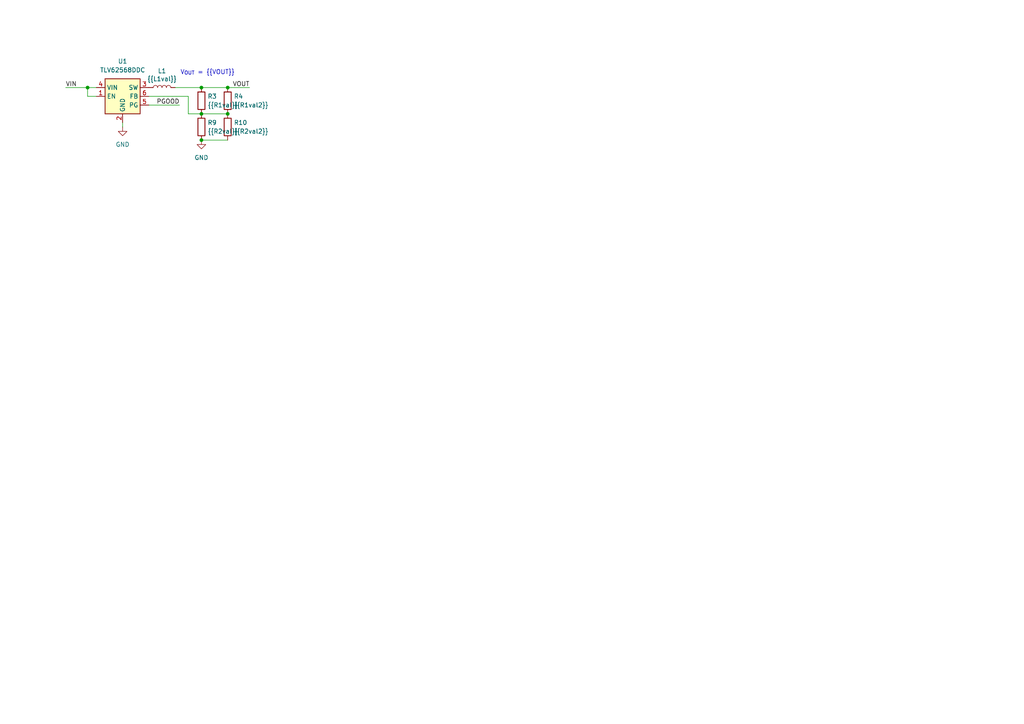
<source format=kicad_sch>
(kicad_sch (version 20250114) (generator "eeschema") (generator_version "9.0")
  (paper "A4")
  (lib_symbols
    (symbol "Device:L" (pin_numbers (hide yes)) (pin_names (offset 1.016) (hide yes))
      (property "Reference" "L" (at -1.27 0 90))
      (property "Value" "L" (at 1.905 0 90))
      (symbol "L_0_1"
        (arc (start 0 2.54) (mid 0.6323 1.905) (end 0 1.27))
        (arc (start 0 1.27) (mid 0.6323 0.635) (end 0 0))
        (arc (start 0 0) (mid 0.6323 -0.635) (end 0 -1.27))
        (arc (start 0 -1.27) (mid 0.6323 -1.905) (end 0 -2.54))
      )
      (symbol "L_1_1"
        (pin passive line (at 0 3.81 270) (length 1.27) (name "1") (number "1"))
        (pin passive line (at 0 -3.81 90) (length 1.27) (name "2") (number "2"))
      )
    )
    (symbol "Device:R" (pin_numbers (hide yes)) (pin_names (offset 0))
      (property "Reference" "R" (at 2.032 0 90))
      (property "Value" "R" (at 0 0 90))
      (symbol "R_0_1"
        (rectangle (start -1.016 -2.54) (end 1.016 2.54) (stroke (width 0.254)))
      )
      (symbol "R_1_1"
        (pin passive line (at 0 3.81 270) (length 1.27) (name "~") (number "1"))
        (pin passive line (at 0 -3.81 90) (length 1.27) (name "~") (number "2"))
      )
    )
    (symbol "Regulator_Switching:TLV62568DDC"
      (property "Reference" "U" (at -5.08 6.35 0))
      (property "Value" "TLV62568DDC" (at 0 6.35 0))
      (symbol "TLV62568DDC_0_1"
        (rectangle (start -5.08 5.08) (end 5.08 -5.08) (stroke (width 0.254)) (fill (type background)))
      )
      (symbol "TLV62568DDC_1_1"
        (pin power_in line (at -7.62 2.54 0) (length 2.54) (name "VIN") (number "4"))
        (pin input line (at -7.62 0 0) (length 2.54) (name "EN") (number "1"))
        (pin power_in line (at 0 -7.62 90) (length 2.54) (name "GND") (number "2"))
        (pin power_out line (at 7.62 2.54 180) (length 2.54) (name "SW") (number "3"))
        (pin input line (at 7.62 0 180) (length 2.54) (name "FB") (number "6"))
        (pin open_collector line (at 7.62 -2.54 180) (length 2.54) (name "PG") (number "5"))
      )
    )
    (symbol "power:GND" (power) (pin_numbers (hide yes)) (pin_names (offset 0) (hide yes))
      (property "Value" "GND" (at 0 -3.81 0))
      (symbol "GND_0_1"
        (polyline (pts (xy 0 0) (xy 0 -1.27) (xy 1.27 -1.27) (xy 0 -2.54) (xy -1.27 -1.27) (xy 0 -1.27)))
      )
      (symbol "GND_1_1"
        (pin power_in line (at 0 0 270) (length 0) (name "~") (number "1"))
      )
    )
  )
  (text "V_{OUT} = {{VOUT}}" (at 60.198 21.082 0) (effects (font (size 1.27 1.27))))
  (junction (at 66.04 33.02))
  (junction (at 66.04 25.4))
  (junction (at 58.42 33.02))
  (junction (at 25.4 25.4))
  (junction (at 58.42 40.64))
  (junction (at 58.42 25.4))
  (wire (pts (xy 54.61 33.02) (xy 54.61 27.94)))
  (wire (pts (xy 25.4 25.4) (xy 25.4 27.94)))
  (wire (pts (xy 58.42 25.4) (xy 66.04 25.4)))
  (wire (pts (xy 58.42 40.64) (xy 66.04 40.64)))
  (wire (pts (xy 58.42 33.02) (xy 54.61 33.02)))
  (wire (pts (xy 43.18 30.48) (xy 52.07 30.48)))
  (wire (pts (xy 43.18 27.94) (xy 54.61 27.94)))
  (wire (pts (xy 58.42 33.02) (xy 66.04 33.02)))
  (wire (pts (xy 19.05 25.4) (xy 25.4 25.4)))
  (wire (pts (xy 25.4 25.4) (xy 27.94 25.4)))
  (wire (pts (xy 50.8 25.4) (xy 58.42 25.4)))
  (wire (pts (xy 25.4 27.94) (xy 27.94 27.94)))
  (wire (pts (xy 35.56 35.56) (xy 35.56 36.83)))
  (wire (pts (xy 66.04 25.4) (xy 72.39 25.4)))
  (label "VIN" (at 19.05 25.4 0))
  (label "VOUT" (at 72.39 25.4 180))
  (label "PGOOD" (at 52.07 30.48 180))
  (symbol (lib_id "Device:R") (at 58.42 36.83 0) (unit 1)
    (property "Reference" "R9" (at 60.198 35.56 0) (effects (justify left)))
    (property "Value" "{{R2val}}" (at 60.198 38.1 0) (effects (justify left)))
    (property "Footprint" "Resistor_SMD:R_0402_1005Metric" (effects (hide yes)))
    (property "Description" "Resistor" (effects (hide yes)))
    (property "LCSC" "{{R2lcsc}}" (effects (hide yes)))
  )
  (symbol (lib_id "Device:R") (at 58.42 29.21 0) (unit 1)
    (property "Reference" "R3" (at 60.198 27.94 0) (effects (justify left)))
    (property "Value" "{{R1val}}" (at 60.198 30.48 0) (effects (justify left)))
    (property "Footprint" "Resistor_SMD:R_0402_1005Metric" (effects (hide yes)))
    (property "Description" "Resistor" (effects (hide yes)))
    (property "LCSC" "{{R1lcsc}}" (effects (hide yes)))
  )
  (symbol (lib_id "power:GND") (at 35.56 36.83 0) (unit 1)
    (property "Reference" "#PWR05" (effects (hide yes)))
    (property "Value" "GND" (at 35.56 41.91 0))
    (property "Description" "Power symbol creates a global label with name \"GND\" , ground" (effects (hide yes)))
  )
  (symbol (lib_id "Device:R") (at 66.04 29.21 0) (unit 1)
    (property "Reference" "R4" (at 67.818 27.94 0) (effects (justify left)))
    (property "Value" "{{R1val2}}" (at 67.818 30.48 0) (effects (justify left)))
    (property "Footprint" "Resistor_SMD:R_0402_1005Metric" (effects (hide yes)))
    (property "Description" "Resistor" (effects (hide yes)))
    (property "LCSC" "{{R1lcsc2}}" (effects (hide yes)))
    (property "OnlyIf" "R1Second" (effects (hide yes)))
  )
  (symbol (lib_id "Device:L") (at 46.99 25.4 90) (unit 1)
    (property "Reference" "L1" (at 46.99 20.574 90))
    (property "Value" "{{L1val}}" (at 46.99 22.8854 90))
    (property "Footprint" "{{L1footprint}}" (effects (hide yes)))
    (property "Datasheet" "{{L1datasheet}}" (effects (hide yes)))
    (property "LCSC" "{{L1lcsc}}" (effects (hide yes)))
  )
  (symbol (lib_id "power:GND") (at 58.42 40.64 0) (unit 1)
    (property "Reference" "#PWR07" (effects (hide yes)))
    (property "Value" "GND" (at 58.42 45.72 0))
    (property "Description" "Power symbol creates a global label with name \"GND\" , ground" (effects (hide yes)))
  )
  (symbol (lib_id "Device:R") (at 66.04 36.83 0) (unit 1)
    (property "Reference" "R10" (at 67.818 35.56 0) (effects (justify left)))
    (property "Value" "{{R2val2}}" (at 67.818 38.1 0) (effects (justify left)))
    (property "Footprint" "Resistor_SMD:R_0402_1005Metric" (effects (hide yes)))
    (property "Description" "Resistor" (effects (hide yes)))
    (property "LCSC" "{{R2lcsc2}}" (effects (hide yes)))
    (property "OnlyIf" "R2Second" (effects (hide yes)))
  )
  (symbol (lib_id "Regulator_Switching:TLV62568DDC") (at 35.56 27.94 0) (unit 1)
    (property "Reference" "U1" (at 35.56 17.78 0))
    (property "Value" "TLV62568DDC" (at 35.56 20.32 0))
    (property "Footprint" "Package_TO_SOT_SMD:SOT-23-6" (effects (hide yes)))
    (property "Datasheet" "http://www.ti.com/lit/ds/symlink/tlv62568.pdf" (effects (hide yes)))
    (property "LCSC" "C2071019" (effects (hide yes)))
  )
)
</source>
